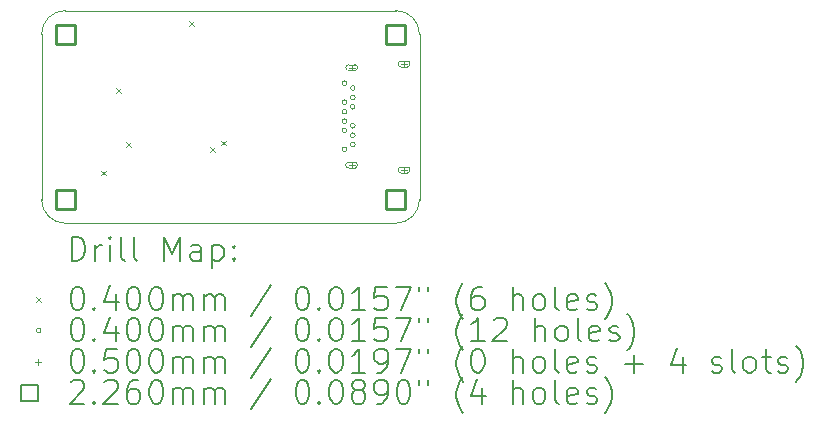
<source format=gbr>
%TF.GenerationSoftware,KiCad,Pcbnew,7.0.10*%
%TF.CreationDate,2024-02-15T14:26:12-05:00*%
%TF.ProjectId,wingbeat_detector,77696e67-6265-4617-945f-646574656374,4.0*%
%TF.SameCoordinates,Original*%
%TF.FileFunction,Drillmap*%
%TF.FilePolarity,Positive*%
%FSLAX45Y45*%
G04 Gerber Fmt 4.5, Leading zero omitted, Abs format (unit mm)*
G04 Created by KiCad (PCBNEW 7.0.10) date 2024-02-15 14:26:12*
%MOMM*%
%LPD*%
G01*
G04 APERTURE LIST*
%ADD10C,0.100000*%
%ADD11C,0.200000*%
%ADD12C,0.226000*%
G04 APERTURE END LIST*
D10*
X13400000Y-9300000D02*
X13400000Y-10700000D01*
X16400000Y-10900000D02*
G75*
G03*
X16600000Y-10700000I0J200000D01*
G01*
X16600000Y-9300000D02*
G75*
G03*
X16400000Y-9100000I-200000J0D01*
G01*
X13600000Y-9100000D02*
X16400000Y-9100000D01*
X13600000Y-9100000D02*
G75*
G03*
X13400000Y-9300000I0J-200000D01*
G01*
X16600000Y-10700000D02*
X16600000Y-9300000D01*
X13600000Y-10900000D02*
X16400000Y-10900000D01*
X13400000Y-10700000D02*
G75*
G03*
X13600000Y-10900000I200000J0D01*
G01*
D11*
D10*
X13905000Y-10455000D02*
X13945000Y-10495000D01*
X13945000Y-10455000D02*
X13905000Y-10495000D01*
X14033600Y-9754020D02*
X14073600Y-9794020D01*
X14073600Y-9754020D02*
X14033600Y-9794020D01*
X14114170Y-10216780D02*
X14154170Y-10256780D01*
X14154170Y-10216780D02*
X14114170Y-10256780D01*
X14646700Y-9189850D02*
X14686700Y-9229850D01*
X14686700Y-9189850D02*
X14646700Y-9229850D01*
X14829470Y-10255770D02*
X14869470Y-10295770D01*
X14869470Y-10255770D02*
X14829470Y-10295770D01*
X14919740Y-10199980D02*
X14959740Y-10239980D01*
X14959740Y-10199980D02*
X14919740Y-10239980D01*
X15985000Y-9715000D02*
G75*
G03*
X15945000Y-9715000I-20000J0D01*
G01*
X15945000Y-9715000D02*
G75*
G03*
X15985000Y-9715000I20000J0D01*
G01*
X15985000Y-9875000D02*
G75*
G03*
X15945000Y-9875000I-20000J0D01*
G01*
X15945000Y-9875000D02*
G75*
G03*
X15985000Y-9875000I20000J0D01*
G01*
X15985000Y-9955000D02*
G75*
G03*
X15945000Y-9955000I-20000J0D01*
G01*
X15945000Y-9955000D02*
G75*
G03*
X15985000Y-9955000I20000J0D01*
G01*
X15985000Y-10035000D02*
G75*
G03*
X15945000Y-10035000I-20000J0D01*
G01*
X15945000Y-10035000D02*
G75*
G03*
X15985000Y-10035000I20000J0D01*
G01*
X15985000Y-10115000D02*
G75*
G03*
X15945000Y-10115000I-20000J0D01*
G01*
X15945000Y-10115000D02*
G75*
G03*
X15985000Y-10115000I20000J0D01*
G01*
X15985000Y-10275000D02*
G75*
G03*
X15945000Y-10275000I-20000J0D01*
G01*
X15945000Y-10275000D02*
G75*
G03*
X15985000Y-10275000I20000J0D01*
G01*
X16055000Y-9755000D02*
G75*
G03*
X16015000Y-9755000I-20000J0D01*
G01*
X16015000Y-9755000D02*
G75*
G03*
X16055000Y-9755000I20000J0D01*
G01*
X16055000Y-9835000D02*
G75*
G03*
X16015000Y-9835000I-20000J0D01*
G01*
X16015000Y-9835000D02*
G75*
G03*
X16055000Y-9835000I20000J0D01*
G01*
X16055000Y-9915000D02*
G75*
G03*
X16015000Y-9915000I-20000J0D01*
G01*
X16015000Y-9915000D02*
G75*
G03*
X16055000Y-9915000I20000J0D01*
G01*
X16055000Y-10075000D02*
G75*
G03*
X16015000Y-10075000I-20000J0D01*
G01*
X16015000Y-10075000D02*
G75*
G03*
X16055000Y-10075000I20000J0D01*
G01*
X16055000Y-10155000D02*
G75*
G03*
X16015000Y-10155000I-20000J0D01*
G01*
X16015000Y-10155000D02*
G75*
G03*
X16055000Y-10155000I20000J0D01*
G01*
X16055000Y-10235000D02*
G75*
G03*
X16015000Y-10235000I-20000J0D01*
G01*
X16015000Y-10235000D02*
G75*
G03*
X16055000Y-10235000I20000J0D01*
G01*
X16025000Y-9557000D02*
X16025000Y-9607000D01*
X16000000Y-9582000D02*
X16050000Y-9582000D01*
X16000000Y-9607000D02*
X16050000Y-9607000D01*
X16050000Y-9607000D02*
G75*
G03*
X16050000Y-9557000I0J25000D01*
G01*
X16050000Y-9557000D02*
X16000000Y-9557000D01*
X16000000Y-9557000D02*
G75*
G03*
X16000000Y-9607000I0J-25000D01*
G01*
X16025000Y-10383000D02*
X16025000Y-10433000D01*
X16000000Y-10408000D02*
X16050000Y-10408000D01*
X16000000Y-10433000D02*
X16050000Y-10433000D01*
X16050000Y-10433000D02*
G75*
G03*
X16050000Y-10383000I0J25000D01*
G01*
X16050000Y-10383000D02*
X16000000Y-10383000D01*
X16000000Y-10383000D02*
G75*
G03*
X16000000Y-10433000I0J-25000D01*
G01*
X16470000Y-9526000D02*
X16470000Y-9576000D01*
X16445000Y-9551000D02*
X16495000Y-9551000D01*
X16445000Y-9576000D02*
X16495000Y-9576000D01*
X16495000Y-9576000D02*
G75*
G03*
X16495000Y-9526000I0J25000D01*
G01*
X16495000Y-9526000D02*
X16445000Y-9526000D01*
X16445000Y-9526000D02*
G75*
G03*
X16445000Y-9576000I0J-25000D01*
G01*
X16470000Y-10424000D02*
X16470000Y-10474000D01*
X16445000Y-10449000D02*
X16495000Y-10449000D01*
X16445000Y-10474000D02*
X16495000Y-10474000D01*
X16495000Y-10474000D02*
G75*
G03*
X16495000Y-10424000I0J25000D01*
G01*
X16495000Y-10424000D02*
X16445000Y-10424000D01*
X16445000Y-10424000D02*
G75*
G03*
X16445000Y-10474000I0J-25000D01*
G01*
D12*
X13679904Y-9379904D02*
X13679904Y-9220096D01*
X13520096Y-9220096D01*
X13520096Y-9379904D01*
X13679904Y-9379904D01*
X13679904Y-10779904D02*
X13679904Y-10620096D01*
X13520096Y-10620096D01*
X13520096Y-10779904D01*
X13679904Y-10779904D01*
X16479904Y-9379904D02*
X16479904Y-9220096D01*
X16320096Y-9220096D01*
X16320096Y-9379904D01*
X16479904Y-9379904D01*
X16479904Y-10779904D02*
X16479904Y-10620096D01*
X16320096Y-10620096D01*
X16320096Y-10779904D01*
X16479904Y-10779904D01*
D11*
X13655777Y-11216484D02*
X13655777Y-11016484D01*
X13655777Y-11016484D02*
X13703396Y-11016484D01*
X13703396Y-11016484D02*
X13731967Y-11026008D01*
X13731967Y-11026008D02*
X13751015Y-11045055D01*
X13751015Y-11045055D02*
X13760539Y-11064103D01*
X13760539Y-11064103D02*
X13770062Y-11102198D01*
X13770062Y-11102198D02*
X13770062Y-11130770D01*
X13770062Y-11130770D02*
X13760539Y-11168865D01*
X13760539Y-11168865D02*
X13751015Y-11187912D01*
X13751015Y-11187912D02*
X13731967Y-11206960D01*
X13731967Y-11206960D02*
X13703396Y-11216484D01*
X13703396Y-11216484D02*
X13655777Y-11216484D01*
X13855777Y-11216484D02*
X13855777Y-11083150D01*
X13855777Y-11121246D02*
X13865301Y-11102198D01*
X13865301Y-11102198D02*
X13874824Y-11092674D01*
X13874824Y-11092674D02*
X13893872Y-11083150D01*
X13893872Y-11083150D02*
X13912920Y-11083150D01*
X13979586Y-11216484D02*
X13979586Y-11083150D01*
X13979586Y-11016484D02*
X13970062Y-11026008D01*
X13970062Y-11026008D02*
X13979586Y-11035531D01*
X13979586Y-11035531D02*
X13989110Y-11026008D01*
X13989110Y-11026008D02*
X13979586Y-11016484D01*
X13979586Y-11016484D02*
X13979586Y-11035531D01*
X14103396Y-11216484D02*
X14084348Y-11206960D01*
X14084348Y-11206960D02*
X14074824Y-11187912D01*
X14074824Y-11187912D02*
X14074824Y-11016484D01*
X14208158Y-11216484D02*
X14189110Y-11206960D01*
X14189110Y-11206960D02*
X14179586Y-11187912D01*
X14179586Y-11187912D02*
X14179586Y-11016484D01*
X14436729Y-11216484D02*
X14436729Y-11016484D01*
X14436729Y-11016484D02*
X14503396Y-11159341D01*
X14503396Y-11159341D02*
X14570062Y-11016484D01*
X14570062Y-11016484D02*
X14570062Y-11216484D01*
X14751015Y-11216484D02*
X14751015Y-11111722D01*
X14751015Y-11111722D02*
X14741491Y-11092674D01*
X14741491Y-11092674D02*
X14722443Y-11083150D01*
X14722443Y-11083150D02*
X14684348Y-11083150D01*
X14684348Y-11083150D02*
X14665301Y-11092674D01*
X14751015Y-11206960D02*
X14731967Y-11216484D01*
X14731967Y-11216484D02*
X14684348Y-11216484D01*
X14684348Y-11216484D02*
X14665301Y-11206960D01*
X14665301Y-11206960D02*
X14655777Y-11187912D01*
X14655777Y-11187912D02*
X14655777Y-11168865D01*
X14655777Y-11168865D02*
X14665301Y-11149817D01*
X14665301Y-11149817D02*
X14684348Y-11140293D01*
X14684348Y-11140293D02*
X14731967Y-11140293D01*
X14731967Y-11140293D02*
X14751015Y-11130770D01*
X14846253Y-11083150D02*
X14846253Y-11283150D01*
X14846253Y-11092674D02*
X14865301Y-11083150D01*
X14865301Y-11083150D02*
X14903396Y-11083150D01*
X14903396Y-11083150D02*
X14922443Y-11092674D01*
X14922443Y-11092674D02*
X14931967Y-11102198D01*
X14931967Y-11102198D02*
X14941491Y-11121246D01*
X14941491Y-11121246D02*
X14941491Y-11178389D01*
X14941491Y-11178389D02*
X14931967Y-11197436D01*
X14931967Y-11197436D02*
X14922443Y-11206960D01*
X14922443Y-11206960D02*
X14903396Y-11216484D01*
X14903396Y-11216484D02*
X14865301Y-11216484D01*
X14865301Y-11216484D02*
X14846253Y-11206960D01*
X15027205Y-11197436D02*
X15036729Y-11206960D01*
X15036729Y-11206960D02*
X15027205Y-11216484D01*
X15027205Y-11216484D02*
X15017682Y-11206960D01*
X15017682Y-11206960D02*
X15027205Y-11197436D01*
X15027205Y-11197436D02*
X15027205Y-11216484D01*
X15027205Y-11092674D02*
X15036729Y-11102198D01*
X15036729Y-11102198D02*
X15027205Y-11111722D01*
X15027205Y-11111722D02*
X15017682Y-11102198D01*
X15017682Y-11102198D02*
X15027205Y-11092674D01*
X15027205Y-11092674D02*
X15027205Y-11111722D01*
D10*
X13355000Y-11525000D02*
X13395000Y-11565000D01*
X13395000Y-11525000D02*
X13355000Y-11565000D01*
D11*
X13693872Y-11436484D02*
X13712920Y-11436484D01*
X13712920Y-11436484D02*
X13731967Y-11446008D01*
X13731967Y-11446008D02*
X13741491Y-11455531D01*
X13741491Y-11455531D02*
X13751015Y-11474579D01*
X13751015Y-11474579D02*
X13760539Y-11512674D01*
X13760539Y-11512674D02*
X13760539Y-11560293D01*
X13760539Y-11560293D02*
X13751015Y-11598388D01*
X13751015Y-11598388D02*
X13741491Y-11617436D01*
X13741491Y-11617436D02*
X13731967Y-11626960D01*
X13731967Y-11626960D02*
X13712920Y-11636484D01*
X13712920Y-11636484D02*
X13693872Y-11636484D01*
X13693872Y-11636484D02*
X13674824Y-11626960D01*
X13674824Y-11626960D02*
X13665301Y-11617436D01*
X13665301Y-11617436D02*
X13655777Y-11598388D01*
X13655777Y-11598388D02*
X13646253Y-11560293D01*
X13646253Y-11560293D02*
X13646253Y-11512674D01*
X13646253Y-11512674D02*
X13655777Y-11474579D01*
X13655777Y-11474579D02*
X13665301Y-11455531D01*
X13665301Y-11455531D02*
X13674824Y-11446008D01*
X13674824Y-11446008D02*
X13693872Y-11436484D01*
X13846253Y-11617436D02*
X13855777Y-11626960D01*
X13855777Y-11626960D02*
X13846253Y-11636484D01*
X13846253Y-11636484D02*
X13836729Y-11626960D01*
X13836729Y-11626960D02*
X13846253Y-11617436D01*
X13846253Y-11617436D02*
X13846253Y-11636484D01*
X14027205Y-11503150D02*
X14027205Y-11636484D01*
X13979586Y-11426960D02*
X13931967Y-11569817D01*
X13931967Y-11569817D02*
X14055777Y-11569817D01*
X14170062Y-11436484D02*
X14189110Y-11436484D01*
X14189110Y-11436484D02*
X14208158Y-11446008D01*
X14208158Y-11446008D02*
X14217682Y-11455531D01*
X14217682Y-11455531D02*
X14227205Y-11474579D01*
X14227205Y-11474579D02*
X14236729Y-11512674D01*
X14236729Y-11512674D02*
X14236729Y-11560293D01*
X14236729Y-11560293D02*
X14227205Y-11598388D01*
X14227205Y-11598388D02*
X14217682Y-11617436D01*
X14217682Y-11617436D02*
X14208158Y-11626960D01*
X14208158Y-11626960D02*
X14189110Y-11636484D01*
X14189110Y-11636484D02*
X14170062Y-11636484D01*
X14170062Y-11636484D02*
X14151015Y-11626960D01*
X14151015Y-11626960D02*
X14141491Y-11617436D01*
X14141491Y-11617436D02*
X14131967Y-11598388D01*
X14131967Y-11598388D02*
X14122443Y-11560293D01*
X14122443Y-11560293D02*
X14122443Y-11512674D01*
X14122443Y-11512674D02*
X14131967Y-11474579D01*
X14131967Y-11474579D02*
X14141491Y-11455531D01*
X14141491Y-11455531D02*
X14151015Y-11446008D01*
X14151015Y-11446008D02*
X14170062Y-11436484D01*
X14360539Y-11436484D02*
X14379586Y-11436484D01*
X14379586Y-11436484D02*
X14398634Y-11446008D01*
X14398634Y-11446008D02*
X14408158Y-11455531D01*
X14408158Y-11455531D02*
X14417682Y-11474579D01*
X14417682Y-11474579D02*
X14427205Y-11512674D01*
X14427205Y-11512674D02*
X14427205Y-11560293D01*
X14427205Y-11560293D02*
X14417682Y-11598388D01*
X14417682Y-11598388D02*
X14408158Y-11617436D01*
X14408158Y-11617436D02*
X14398634Y-11626960D01*
X14398634Y-11626960D02*
X14379586Y-11636484D01*
X14379586Y-11636484D02*
X14360539Y-11636484D01*
X14360539Y-11636484D02*
X14341491Y-11626960D01*
X14341491Y-11626960D02*
X14331967Y-11617436D01*
X14331967Y-11617436D02*
X14322443Y-11598388D01*
X14322443Y-11598388D02*
X14312920Y-11560293D01*
X14312920Y-11560293D02*
X14312920Y-11512674D01*
X14312920Y-11512674D02*
X14322443Y-11474579D01*
X14322443Y-11474579D02*
X14331967Y-11455531D01*
X14331967Y-11455531D02*
X14341491Y-11446008D01*
X14341491Y-11446008D02*
X14360539Y-11436484D01*
X14512920Y-11636484D02*
X14512920Y-11503150D01*
X14512920Y-11522198D02*
X14522443Y-11512674D01*
X14522443Y-11512674D02*
X14541491Y-11503150D01*
X14541491Y-11503150D02*
X14570063Y-11503150D01*
X14570063Y-11503150D02*
X14589110Y-11512674D01*
X14589110Y-11512674D02*
X14598634Y-11531722D01*
X14598634Y-11531722D02*
X14598634Y-11636484D01*
X14598634Y-11531722D02*
X14608158Y-11512674D01*
X14608158Y-11512674D02*
X14627205Y-11503150D01*
X14627205Y-11503150D02*
X14655777Y-11503150D01*
X14655777Y-11503150D02*
X14674824Y-11512674D01*
X14674824Y-11512674D02*
X14684348Y-11531722D01*
X14684348Y-11531722D02*
X14684348Y-11636484D01*
X14779586Y-11636484D02*
X14779586Y-11503150D01*
X14779586Y-11522198D02*
X14789110Y-11512674D01*
X14789110Y-11512674D02*
X14808158Y-11503150D01*
X14808158Y-11503150D02*
X14836729Y-11503150D01*
X14836729Y-11503150D02*
X14855777Y-11512674D01*
X14855777Y-11512674D02*
X14865301Y-11531722D01*
X14865301Y-11531722D02*
X14865301Y-11636484D01*
X14865301Y-11531722D02*
X14874824Y-11512674D01*
X14874824Y-11512674D02*
X14893872Y-11503150D01*
X14893872Y-11503150D02*
X14922443Y-11503150D01*
X14922443Y-11503150D02*
X14941491Y-11512674D01*
X14941491Y-11512674D02*
X14951015Y-11531722D01*
X14951015Y-11531722D02*
X14951015Y-11636484D01*
X15341491Y-11426960D02*
X15170063Y-11684103D01*
X15598634Y-11436484D02*
X15617682Y-11436484D01*
X15617682Y-11436484D02*
X15636729Y-11446008D01*
X15636729Y-11446008D02*
X15646253Y-11455531D01*
X15646253Y-11455531D02*
X15655777Y-11474579D01*
X15655777Y-11474579D02*
X15665301Y-11512674D01*
X15665301Y-11512674D02*
X15665301Y-11560293D01*
X15665301Y-11560293D02*
X15655777Y-11598388D01*
X15655777Y-11598388D02*
X15646253Y-11617436D01*
X15646253Y-11617436D02*
X15636729Y-11626960D01*
X15636729Y-11626960D02*
X15617682Y-11636484D01*
X15617682Y-11636484D02*
X15598634Y-11636484D01*
X15598634Y-11636484D02*
X15579586Y-11626960D01*
X15579586Y-11626960D02*
X15570063Y-11617436D01*
X15570063Y-11617436D02*
X15560539Y-11598388D01*
X15560539Y-11598388D02*
X15551015Y-11560293D01*
X15551015Y-11560293D02*
X15551015Y-11512674D01*
X15551015Y-11512674D02*
X15560539Y-11474579D01*
X15560539Y-11474579D02*
X15570063Y-11455531D01*
X15570063Y-11455531D02*
X15579586Y-11446008D01*
X15579586Y-11446008D02*
X15598634Y-11436484D01*
X15751015Y-11617436D02*
X15760539Y-11626960D01*
X15760539Y-11626960D02*
X15751015Y-11636484D01*
X15751015Y-11636484D02*
X15741491Y-11626960D01*
X15741491Y-11626960D02*
X15751015Y-11617436D01*
X15751015Y-11617436D02*
X15751015Y-11636484D01*
X15884348Y-11436484D02*
X15903396Y-11436484D01*
X15903396Y-11436484D02*
X15922444Y-11446008D01*
X15922444Y-11446008D02*
X15931967Y-11455531D01*
X15931967Y-11455531D02*
X15941491Y-11474579D01*
X15941491Y-11474579D02*
X15951015Y-11512674D01*
X15951015Y-11512674D02*
X15951015Y-11560293D01*
X15951015Y-11560293D02*
X15941491Y-11598388D01*
X15941491Y-11598388D02*
X15931967Y-11617436D01*
X15931967Y-11617436D02*
X15922444Y-11626960D01*
X15922444Y-11626960D02*
X15903396Y-11636484D01*
X15903396Y-11636484D02*
X15884348Y-11636484D01*
X15884348Y-11636484D02*
X15865301Y-11626960D01*
X15865301Y-11626960D02*
X15855777Y-11617436D01*
X15855777Y-11617436D02*
X15846253Y-11598388D01*
X15846253Y-11598388D02*
X15836729Y-11560293D01*
X15836729Y-11560293D02*
X15836729Y-11512674D01*
X15836729Y-11512674D02*
X15846253Y-11474579D01*
X15846253Y-11474579D02*
X15855777Y-11455531D01*
X15855777Y-11455531D02*
X15865301Y-11446008D01*
X15865301Y-11446008D02*
X15884348Y-11436484D01*
X16141491Y-11636484D02*
X16027206Y-11636484D01*
X16084348Y-11636484D02*
X16084348Y-11436484D01*
X16084348Y-11436484D02*
X16065301Y-11465055D01*
X16065301Y-11465055D02*
X16046253Y-11484103D01*
X16046253Y-11484103D02*
X16027206Y-11493627D01*
X16322444Y-11436484D02*
X16227206Y-11436484D01*
X16227206Y-11436484D02*
X16217682Y-11531722D01*
X16217682Y-11531722D02*
X16227206Y-11522198D01*
X16227206Y-11522198D02*
X16246253Y-11512674D01*
X16246253Y-11512674D02*
X16293872Y-11512674D01*
X16293872Y-11512674D02*
X16312920Y-11522198D01*
X16312920Y-11522198D02*
X16322444Y-11531722D01*
X16322444Y-11531722D02*
X16331967Y-11550769D01*
X16331967Y-11550769D02*
X16331967Y-11598388D01*
X16331967Y-11598388D02*
X16322444Y-11617436D01*
X16322444Y-11617436D02*
X16312920Y-11626960D01*
X16312920Y-11626960D02*
X16293872Y-11636484D01*
X16293872Y-11636484D02*
X16246253Y-11636484D01*
X16246253Y-11636484D02*
X16227206Y-11626960D01*
X16227206Y-11626960D02*
X16217682Y-11617436D01*
X16398634Y-11436484D02*
X16531967Y-11436484D01*
X16531967Y-11436484D02*
X16446253Y-11636484D01*
X16598634Y-11436484D02*
X16598634Y-11474579D01*
X16674825Y-11436484D02*
X16674825Y-11474579D01*
X16970063Y-11712674D02*
X16960539Y-11703150D01*
X16960539Y-11703150D02*
X16941491Y-11674579D01*
X16941491Y-11674579D02*
X16931968Y-11655531D01*
X16931968Y-11655531D02*
X16922444Y-11626960D01*
X16922444Y-11626960D02*
X16912920Y-11579341D01*
X16912920Y-11579341D02*
X16912920Y-11541246D01*
X16912920Y-11541246D02*
X16922444Y-11493627D01*
X16922444Y-11493627D02*
X16931968Y-11465055D01*
X16931968Y-11465055D02*
X16941491Y-11446008D01*
X16941491Y-11446008D02*
X16960539Y-11417436D01*
X16960539Y-11417436D02*
X16970063Y-11407912D01*
X17131968Y-11436484D02*
X17093872Y-11436484D01*
X17093872Y-11436484D02*
X17074825Y-11446008D01*
X17074825Y-11446008D02*
X17065301Y-11455531D01*
X17065301Y-11455531D02*
X17046253Y-11484103D01*
X17046253Y-11484103D02*
X17036730Y-11522198D01*
X17036730Y-11522198D02*
X17036730Y-11598388D01*
X17036730Y-11598388D02*
X17046253Y-11617436D01*
X17046253Y-11617436D02*
X17055777Y-11626960D01*
X17055777Y-11626960D02*
X17074825Y-11636484D01*
X17074825Y-11636484D02*
X17112920Y-11636484D01*
X17112920Y-11636484D02*
X17131968Y-11626960D01*
X17131968Y-11626960D02*
X17141491Y-11617436D01*
X17141491Y-11617436D02*
X17151015Y-11598388D01*
X17151015Y-11598388D02*
X17151015Y-11550769D01*
X17151015Y-11550769D02*
X17141491Y-11531722D01*
X17141491Y-11531722D02*
X17131968Y-11522198D01*
X17131968Y-11522198D02*
X17112920Y-11512674D01*
X17112920Y-11512674D02*
X17074825Y-11512674D01*
X17074825Y-11512674D02*
X17055777Y-11522198D01*
X17055777Y-11522198D02*
X17046253Y-11531722D01*
X17046253Y-11531722D02*
X17036730Y-11550769D01*
X17389111Y-11636484D02*
X17389111Y-11436484D01*
X17474825Y-11636484D02*
X17474825Y-11531722D01*
X17474825Y-11531722D02*
X17465301Y-11512674D01*
X17465301Y-11512674D02*
X17446253Y-11503150D01*
X17446253Y-11503150D02*
X17417682Y-11503150D01*
X17417682Y-11503150D02*
X17398634Y-11512674D01*
X17398634Y-11512674D02*
X17389111Y-11522198D01*
X17598634Y-11636484D02*
X17579587Y-11626960D01*
X17579587Y-11626960D02*
X17570063Y-11617436D01*
X17570063Y-11617436D02*
X17560539Y-11598388D01*
X17560539Y-11598388D02*
X17560539Y-11541246D01*
X17560539Y-11541246D02*
X17570063Y-11522198D01*
X17570063Y-11522198D02*
X17579587Y-11512674D01*
X17579587Y-11512674D02*
X17598634Y-11503150D01*
X17598634Y-11503150D02*
X17627206Y-11503150D01*
X17627206Y-11503150D02*
X17646253Y-11512674D01*
X17646253Y-11512674D02*
X17655777Y-11522198D01*
X17655777Y-11522198D02*
X17665301Y-11541246D01*
X17665301Y-11541246D02*
X17665301Y-11598388D01*
X17665301Y-11598388D02*
X17655777Y-11617436D01*
X17655777Y-11617436D02*
X17646253Y-11626960D01*
X17646253Y-11626960D02*
X17627206Y-11636484D01*
X17627206Y-11636484D02*
X17598634Y-11636484D01*
X17779587Y-11636484D02*
X17760539Y-11626960D01*
X17760539Y-11626960D02*
X17751015Y-11607912D01*
X17751015Y-11607912D02*
X17751015Y-11436484D01*
X17931968Y-11626960D02*
X17912920Y-11636484D01*
X17912920Y-11636484D02*
X17874825Y-11636484D01*
X17874825Y-11636484D02*
X17855777Y-11626960D01*
X17855777Y-11626960D02*
X17846253Y-11607912D01*
X17846253Y-11607912D02*
X17846253Y-11531722D01*
X17846253Y-11531722D02*
X17855777Y-11512674D01*
X17855777Y-11512674D02*
X17874825Y-11503150D01*
X17874825Y-11503150D02*
X17912920Y-11503150D01*
X17912920Y-11503150D02*
X17931968Y-11512674D01*
X17931968Y-11512674D02*
X17941492Y-11531722D01*
X17941492Y-11531722D02*
X17941492Y-11550769D01*
X17941492Y-11550769D02*
X17846253Y-11569817D01*
X18017682Y-11626960D02*
X18036730Y-11636484D01*
X18036730Y-11636484D02*
X18074825Y-11636484D01*
X18074825Y-11636484D02*
X18093873Y-11626960D01*
X18093873Y-11626960D02*
X18103396Y-11607912D01*
X18103396Y-11607912D02*
X18103396Y-11598388D01*
X18103396Y-11598388D02*
X18093873Y-11579341D01*
X18093873Y-11579341D02*
X18074825Y-11569817D01*
X18074825Y-11569817D02*
X18046253Y-11569817D01*
X18046253Y-11569817D02*
X18027206Y-11560293D01*
X18027206Y-11560293D02*
X18017682Y-11541246D01*
X18017682Y-11541246D02*
X18017682Y-11531722D01*
X18017682Y-11531722D02*
X18027206Y-11512674D01*
X18027206Y-11512674D02*
X18046253Y-11503150D01*
X18046253Y-11503150D02*
X18074825Y-11503150D01*
X18074825Y-11503150D02*
X18093873Y-11512674D01*
X18170063Y-11712674D02*
X18179587Y-11703150D01*
X18179587Y-11703150D02*
X18198634Y-11674579D01*
X18198634Y-11674579D02*
X18208158Y-11655531D01*
X18208158Y-11655531D02*
X18217682Y-11626960D01*
X18217682Y-11626960D02*
X18227206Y-11579341D01*
X18227206Y-11579341D02*
X18227206Y-11541246D01*
X18227206Y-11541246D02*
X18217682Y-11493627D01*
X18217682Y-11493627D02*
X18208158Y-11465055D01*
X18208158Y-11465055D02*
X18198634Y-11446008D01*
X18198634Y-11446008D02*
X18179587Y-11417436D01*
X18179587Y-11417436D02*
X18170063Y-11407912D01*
D10*
X13395000Y-11809000D02*
G75*
G03*
X13355000Y-11809000I-20000J0D01*
G01*
X13355000Y-11809000D02*
G75*
G03*
X13395000Y-11809000I20000J0D01*
G01*
D11*
X13693872Y-11700484D02*
X13712920Y-11700484D01*
X13712920Y-11700484D02*
X13731967Y-11710008D01*
X13731967Y-11710008D02*
X13741491Y-11719531D01*
X13741491Y-11719531D02*
X13751015Y-11738579D01*
X13751015Y-11738579D02*
X13760539Y-11776674D01*
X13760539Y-11776674D02*
X13760539Y-11824293D01*
X13760539Y-11824293D02*
X13751015Y-11862388D01*
X13751015Y-11862388D02*
X13741491Y-11881436D01*
X13741491Y-11881436D02*
X13731967Y-11890960D01*
X13731967Y-11890960D02*
X13712920Y-11900484D01*
X13712920Y-11900484D02*
X13693872Y-11900484D01*
X13693872Y-11900484D02*
X13674824Y-11890960D01*
X13674824Y-11890960D02*
X13665301Y-11881436D01*
X13665301Y-11881436D02*
X13655777Y-11862388D01*
X13655777Y-11862388D02*
X13646253Y-11824293D01*
X13646253Y-11824293D02*
X13646253Y-11776674D01*
X13646253Y-11776674D02*
X13655777Y-11738579D01*
X13655777Y-11738579D02*
X13665301Y-11719531D01*
X13665301Y-11719531D02*
X13674824Y-11710008D01*
X13674824Y-11710008D02*
X13693872Y-11700484D01*
X13846253Y-11881436D02*
X13855777Y-11890960D01*
X13855777Y-11890960D02*
X13846253Y-11900484D01*
X13846253Y-11900484D02*
X13836729Y-11890960D01*
X13836729Y-11890960D02*
X13846253Y-11881436D01*
X13846253Y-11881436D02*
X13846253Y-11900484D01*
X14027205Y-11767150D02*
X14027205Y-11900484D01*
X13979586Y-11690960D02*
X13931967Y-11833817D01*
X13931967Y-11833817D02*
X14055777Y-11833817D01*
X14170062Y-11700484D02*
X14189110Y-11700484D01*
X14189110Y-11700484D02*
X14208158Y-11710008D01*
X14208158Y-11710008D02*
X14217682Y-11719531D01*
X14217682Y-11719531D02*
X14227205Y-11738579D01*
X14227205Y-11738579D02*
X14236729Y-11776674D01*
X14236729Y-11776674D02*
X14236729Y-11824293D01*
X14236729Y-11824293D02*
X14227205Y-11862388D01*
X14227205Y-11862388D02*
X14217682Y-11881436D01*
X14217682Y-11881436D02*
X14208158Y-11890960D01*
X14208158Y-11890960D02*
X14189110Y-11900484D01*
X14189110Y-11900484D02*
X14170062Y-11900484D01*
X14170062Y-11900484D02*
X14151015Y-11890960D01*
X14151015Y-11890960D02*
X14141491Y-11881436D01*
X14141491Y-11881436D02*
X14131967Y-11862388D01*
X14131967Y-11862388D02*
X14122443Y-11824293D01*
X14122443Y-11824293D02*
X14122443Y-11776674D01*
X14122443Y-11776674D02*
X14131967Y-11738579D01*
X14131967Y-11738579D02*
X14141491Y-11719531D01*
X14141491Y-11719531D02*
X14151015Y-11710008D01*
X14151015Y-11710008D02*
X14170062Y-11700484D01*
X14360539Y-11700484D02*
X14379586Y-11700484D01*
X14379586Y-11700484D02*
X14398634Y-11710008D01*
X14398634Y-11710008D02*
X14408158Y-11719531D01*
X14408158Y-11719531D02*
X14417682Y-11738579D01*
X14417682Y-11738579D02*
X14427205Y-11776674D01*
X14427205Y-11776674D02*
X14427205Y-11824293D01*
X14427205Y-11824293D02*
X14417682Y-11862388D01*
X14417682Y-11862388D02*
X14408158Y-11881436D01*
X14408158Y-11881436D02*
X14398634Y-11890960D01*
X14398634Y-11890960D02*
X14379586Y-11900484D01*
X14379586Y-11900484D02*
X14360539Y-11900484D01*
X14360539Y-11900484D02*
X14341491Y-11890960D01*
X14341491Y-11890960D02*
X14331967Y-11881436D01*
X14331967Y-11881436D02*
X14322443Y-11862388D01*
X14322443Y-11862388D02*
X14312920Y-11824293D01*
X14312920Y-11824293D02*
X14312920Y-11776674D01*
X14312920Y-11776674D02*
X14322443Y-11738579D01*
X14322443Y-11738579D02*
X14331967Y-11719531D01*
X14331967Y-11719531D02*
X14341491Y-11710008D01*
X14341491Y-11710008D02*
X14360539Y-11700484D01*
X14512920Y-11900484D02*
X14512920Y-11767150D01*
X14512920Y-11786198D02*
X14522443Y-11776674D01*
X14522443Y-11776674D02*
X14541491Y-11767150D01*
X14541491Y-11767150D02*
X14570063Y-11767150D01*
X14570063Y-11767150D02*
X14589110Y-11776674D01*
X14589110Y-11776674D02*
X14598634Y-11795722D01*
X14598634Y-11795722D02*
X14598634Y-11900484D01*
X14598634Y-11795722D02*
X14608158Y-11776674D01*
X14608158Y-11776674D02*
X14627205Y-11767150D01*
X14627205Y-11767150D02*
X14655777Y-11767150D01*
X14655777Y-11767150D02*
X14674824Y-11776674D01*
X14674824Y-11776674D02*
X14684348Y-11795722D01*
X14684348Y-11795722D02*
X14684348Y-11900484D01*
X14779586Y-11900484D02*
X14779586Y-11767150D01*
X14779586Y-11786198D02*
X14789110Y-11776674D01*
X14789110Y-11776674D02*
X14808158Y-11767150D01*
X14808158Y-11767150D02*
X14836729Y-11767150D01*
X14836729Y-11767150D02*
X14855777Y-11776674D01*
X14855777Y-11776674D02*
X14865301Y-11795722D01*
X14865301Y-11795722D02*
X14865301Y-11900484D01*
X14865301Y-11795722D02*
X14874824Y-11776674D01*
X14874824Y-11776674D02*
X14893872Y-11767150D01*
X14893872Y-11767150D02*
X14922443Y-11767150D01*
X14922443Y-11767150D02*
X14941491Y-11776674D01*
X14941491Y-11776674D02*
X14951015Y-11795722D01*
X14951015Y-11795722D02*
X14951015Y-11900484D01*
X15341491Y-11690960D02*
X15170063Y-11948103D01*
X15598634Y-11700484D02*
X15617682Y-11700484D01*
X15617682Y-11700484D02*
X15636729Y-11710008D01*
X15636729Y-11710008D02*
X15646253Y-11719531D01*
X15646253Y-11719531D02*
X15655777Y-11738579D01*
X15655777Y-11738579D02*
X15665301Y-11776674D01*
X15665301Y-11776674D02*
X15665301Y-11824293D01*
X15665301Y-11824293D02*
X15655777Y-11862388D01*
X15655777Y-11862388D02*
X15646253Y-11881436D01*
X15646253Y-11881436D02*
X15636729Y-11890960D01*
X15636729Y-11890960D02*
X15617682Y-11900484D01*
X15617682Y-11900484D02*
X15598634Y-11900484D01*
X15598634Y-11900484D02*
X15579586Y-11890960D01*
X15579586Y-11890960D02*
X15570063Y-11881436D01*
X15570063Y-11881436D02*
X15560539Y-11862388D01*
X15560539Y-11862388D02*
X15551015Y-11824293D01*
X15551015Y-11824293D02*
X15551015Y-11776674D01*
X15551015Y-11776674D02*
X15560539Y-11738579D01*
X15560539Y-11738579D02*
X15570063Y-11719531D01*
X15570063Y-11719531D02*
X15579586Y-11710008D01*
X15579586Y-11710008D02*
X15598634Y-11700484D01*
X15751015Y-11881436D02*
X15760539Y-11890960D01*
X15760539Y-11890960D02*
X15751015Y-11900484D01*
X15751015Y-11900484D02*
X15741491Y-11890960D01*
X15741491Y-11890960D02*
X15751015Y-11881436D01*
X15751015Y-11881436D02*
X15751015Y-11900484D01*
X15884348Y-11700484D02*
X15903396Y-11700484D01*
X15903396Y-11700484D02*
X15922444Y-11710008D01*
X15922444Y-11710008D02*
X15931967Y-11719531D01*
X15931967Y-11719531D02*
X15941491Y-11738579D01*
X15941491Y-11738579D02*
X15951015Y-11776674D01*
X15951015Y-11776674D02*
X15951015Y-11824293D01*
X15951015Y-11824293D02*
X15941491Y-11862388D01*
X15941491Y-11862388D02*
X15931967Y-11881436D01*
X15931967Y-11881436D02*
X15922444Y-11890960D01*
X15922444Y-11890960D02*
X15903396Y-11900484D01*
X15903396Y-11900484D02*
X15884348Y-11900484D01*
X15884348Y-11900484D02*
X15865301Y-11890960D01*
X15865301Y-11890960D02*
X15855777Y-11881436D01*
X15855777Y-11881436D02*
X15846253Y-11862388D01*
X15846253Y-11862388D02*
X15836729Y-11824293D01*
X15836729Y-11824293D02*
X15836729Y-11776674D01*
X15836729Y-11776674D02*
X15846253Y-11738579D01*
X15846253Y-11738579D02*
X15855777Y-11719531D01*
X15855777Y-11719531D02*
X15865301Y-11710008D01*
X15865301Y-11710008D02*
X15884348Y-11700484D01*
X16141491Y-11900484D02*
X16027206Y-11900484D01*
X16084348Y-11900484D02*
X16084348Y-11700484D01*
X16084348Y-11700484D02*
X16065301Y-11729055D01*
X16065301Y-11729055D02*
X16046253Y-11748103D01*
X16046253Y-11748103D02*
X16027206Y-11757627D01*
X16322444Y-11700484D02*
X16227206Y-11700484D01*
X16227206Y-11700484D02*
X16217682Y-11795722D01*
X16217682Y-11795722D02*
X16227206Y-11786198D01*
X16227206Y-11786198D02*
X16246253Y-11776674D01*
X16246253Y-11776674D02*
X16293872Y-11776674D01*
X16293872Y-11776674D02*
X16312920Y-11786198D01*
X16312920Y-11786198D02*
X16322444Y-11795722D01*
X16322444Y-11795722D02*
X16331967Y-11814769D01*
X16331967Y-11814769D02*
X16331967Y-11862388D01*
X16331967Y-11862388D02*
X16322444Y-11881436D01*
X16322444Y-11881436D02*
X16312920Y-11890960D01*
X16312920Y-11890960D02*
X16293872Y-11900484D01*
X16293872Y-11900484D02*
X16246253Y-11900484D01*
X16246253Y-11900484D02*
X16227206Y-11890960D01*
X16227206Y-11890960D02*
X16217682Y-11881436D01*
X16398634Y-11700484D02*
X16531967Y-11700484D01*
X16531967Y-11700484D02*
X16446253Y-11900484D01*
X16598634Y-11700484D02*
X16598634Y-11738579D01*
X16674825Y-11700484D02*
X16674825Y-11738579D01*
X16970063Y-11976674D02*
X16960539Y-11967150D01*
X16960539Y-11967150D02*
X16941491Y-11938579D01*
X16941491Y-11938579D02*
X16931968Y-11919531D01*
X16931968Y-11919531D02*
X16922444Y-11890960D01*
X16922444Y-11890960D02*
X16912920Y-11843341D01*
X16912920Y-11843341D02*
X16912920Y-11805246D01*
X16912920Y-11805246D02*
X16922444Y-11757627D01*
X16922444Y-11757627D02*
X16931968Y-11729055D01*
X16931968Y-11729055D02*
X16941491Y-11710008D01*
X16941491Y-11710008D02*
X16960539Y-11681436D01*
X16960539Y-11681436D02*
X16970063Y-11671912D01*
X17151015Y-11900484D02*
X17036730Y-11900484D01*
X17093872Y-11900484D02*
X17093872Y-11700484D01*
X17093872Y-11700484D02*
X17074825Y-11729055D01*
X17074825Y-11729055D02*
X17055777Y-11748103D01*
X17055777Y-11748103D02*
X17036730Y-11757627D01*
X17227206Y-11719531D02*
X17236730Y-11710008D01*
X17236730Y-11710008D02*
X17255777Y-11700484D01*
X17255777Y-11700484D02*
X17303396Y-11700484D01*
X17303396Y-11700484D02*
X17322444Y-11710008D01*
X17322444Y-11710008D02*
X17331968Y-11719531D01*
X17331968Y-11719531D02*
X17341491Y-11738579D01*
X17341491Y-11738579D02*
X17341491Y-11757627D01*
X17341491Y-11757627D02*
X17331968Y-11786198D01*
X17331968Y-11786198D02*
X17217682Y-11900484D01*
X17217682Y-11900484D02*
X17341491Y-11900484D01*
X17579587Y-11900484D02*
X17579587Y-11700484D01*
X17665301Y-11900484D02*
X17665301Y-11795722D01*
X17665301Y-11795722D02*
X17655777Y-11776674D01*
X17655777Y-11776674D02*
X17636730Y-11767150D01*
X17636730Y-11767150D02*
X17608158Y-11767150D01*
X17608158Y-11767150D02*
X17589111Y-11776674D01*
X17589111Y-11776674D02*
X17579587Y-11786198D01*
X17789111Y-11900484D02*
X17770063Y-11890960D01*
X17770063Y-11890960D02*
X17760539Y-11881436D01*
X17760539Y-11881436D02*
X17751015Y-11862388D01*
X17751015Y-11862388D02*
X17751015Y-11805246D01*
X17751015Y-11805246D02*
X17760539Y-11786198D01*
X17760539Y-11786198D02*
X17770063Y-11776674D01*
X17770063Y-11776674D02*
X17789111Y-11767150D01*
X17789111Y-11767150D02*
X17817682Y-11767150D01*
X17817682Y-11767150D02*
X17836730Y-11776674D01*
X17836730Y-11776674D02*
X17846253Y-11786198D01*
X17846253Y-11786198D02*
X17855777Y-11805246D01*
X17855777Y-11805246D02*
X17855777Y-11862388D01*
X17855777Y-11862388D02*
X17846253Y-11881436D01*
X17846253Y-11881436D02*
X17836730Y-11890960D01*
X17836730Y-11890960D02*
X17817682Y-11900484D01*
X17817682Y-11900484D02*
X17789111Y-11900484D01*
X17970063Y-11900484D02*
X17951015Y-11890960D01*
X17951015Y-11890960D02*
X17941492Y-11871912D01*
X17941492Y-11871912D02*
X17941492Y-11700484D01*
X18122444Y-11890960D02*
X18103396Y-11900484D01*
X18103396Y-11900484D02*
X18065301Y-11900484D01*
X18065301Y-11900484D02*
X18046253Y-11890960D01*
X18046253Y-11890960D02*
X18036730Y-11871912D01*
X18036730Y-11871912D02*
X18036730Y-11795722D01*
X18036730Y-11795722D02*
X18046253Y-11776674D01*
X18046253Y-11776674D02*
X18065301Y-11767150D01*
X18065301Y-11767150D02*
X18103396Y-11767150D01*
X18103396Y-11767150D02*
X18122444Y-11776674D01*
X18122444Y-11776674D02*
X18131968Y-11795722D01*
X18131968Y-11795722D02*
X18131968Y-11814769D01*
X18131968Y-11814769D02*
X18036730Y-11833817D01*
X18208158Y-11890960D02*
X18227206Y-11900484D01*
X18227206Y-11900484D02*
X18265301Y-11900484D01*
X18265301Y-11900484D02*
X18284349Y-11890960D01*
X18284349Y-11890960D02*
X18293873Y-11871912D01*
X18293873Y-11871912D02*
X18293873Y-11862388D01*
X18293873Y-11862388D02*
X18284349Y-11843341D01*
X18284349Y-11843341D02*
X18265301Y-11833817D01*
X18265301Y-11833817D02*
X18236730Y-11833817D01*
X18236730Y-11833817D02*
X18217682Y-11824293D01*
X18217682Y-11824293D02*
X18208158Y-11805246D01*
X18208158Y-11805246D02*
X18208158Y-11795722D01*
X18208158Y-11795722D02*
X18217682Y-11776674D01*
X18217682Y-11776674D02*
X18236730Y-11767150D01*
X18236730Y-11767150D02*
X18265301Y-11767150D01*
X18265301Y-11767150D02*
X18284349Y-11776674D01*
X18360539Y-11976674D02*
X18370063Y-11967150D01*
X18370063Y-11967150D02*
X18389111Y-11938579D01*
X18389111Y-11938579D02*
X18398634Y-11919531D01*
X18398634Y-11919531D02*
X18408158Y-11890960D01*
X18408158Y-11890960D02*
X18417682Y-11843341D01*
X18417682Y-11843341D02*
X18417682Y-11805246D01*
X18417682Y-11805246D02*
X18408158Y-11757627D01*
X18408158Y-11757627D02*
X18398634Y-11729055D01*
X18398634Y-11729055D02*
X18389111Y-11710008D01*
X18389111Y-11710008D02*
X18370063Y-11681436D01*
X18370063Y-11681436D02*
X18360539Y-11671912D01*
D10*
X13370000Y-12048000D02*
X13370000Y-12098000D01*
X13345000Y-12073000D02*
X13395000Y-12073000D01*
D11*
X13693872Y-11964484D02*
X13712920Y-11964484D01*
X13712920Y-11964484D02*
X13731967Y-11974008D01*
X13731967Y-11974008D02*
X13741491Y-11983531D01*
X13741491Y-11983531D02*
X13751015Y-12002579D01*
X13751015Y-12002579D02*
X13760539Y-12040674D01*
X13760539Y-12040674D02*
X13760539Y-12088293D01*
X13760539Y-12088293D02*
X13751015Y-12126388D01*
X13751015Y-12126388D02*
X13741491Y-12145436D01*
X13741491Y-12145436D02*
X13731967Y-12154960D01*
X13731967Y-12154960D02*
X13712920Y-12164484D01*
X13712920Y-12164484D02*
X13693872Y-12164484D01*
X13693872Y-12164484D02*
X13674824Y-12154960D01*
X13674824Y-12154960D02*
X13665301Y-12145436D01*
X13665301Y-12145436D02*
X13655777Y-12126388D01*
X13655777Y-12126388D02*
X13646253Y-12088293D01*
X13646253Y-12088293D02*
X13646253Y-12040674D01*
X13646253Y-12040674D02*
X13655777Y-12002579D01*
X13655777Y-12002579D02*
X13665301Y-11983531D01*
X13665301Y-11983531D02*
X13674824Y-11974008D01*
X13674824Y-11974008D02*
X13693872Y-11964484D01*
X13846253Y-12145436D02*
X13855777Y-12154960D01*
X13855777Y-12154960D02*
X13846253Y-12164484D01*
X13846253Y-12164484D02*
X13836729Y-12154960D01*
X13836729Y-12154960D02*
X13846253Y-12145436D01*
X13846253Y-12145436D02*
X13846253Y-12164484D01*
X14036729Y-11964484D02*
X13941491Y-11964484D01*
X13941491Y-11964484D02*
X13931967Y-12059722D01*
X13931967Y-12059722D02*
X13941491Y-12050198D01*
X13941491Y-12050198D02*
X13960539Y-12040674D01*
X13960539Y-12040674D02*
X14008158Y-12040674D01*
X14008158Y-12040674D02*
X14027205Y-12050198D01*
X14027205Y-12050198D02*
X14036729Y-12059722D01*
X14036729Y-12059722D02*
X14046253Y-12078769D01*
X14046253Y-12078769D02*
X14046253Y-12126388D01*
X14046253Y-12126388D02*
X14036729Y-12145436D01*
X14036729Y-12145436D02*
X14027205Y-12154960D01*
X14027205Y-12154960D02*
X14008158Y-12164484D01*
X14008158Y-12164484D02*
X13960539Y-12164484D01*
X13960539Y-12164484D02*
X13941491Y-12154960D01*
X13941491Y-12154960D02*
X13931967Y-12145436D01*
X14170062Y-11964484D02*
X14189110Y-11964484D01*
X14189110Y-11964484D02*
X14208158Y-11974008D01*
X14208158Y-11974008D02*
X14217682Y-11983531D01*
X14217682Y-11983531D02*
X14227205Y-12002579D01*
X14227205Y-12002579D02*
X14236729Y-12040674D01*
X14236729Y-12040674D02*
X14236729Y-12088293D01*
X14236729Y-12088293D02*
X14227205Y-12126388D01*
X14227205Y-12126388D02*
X14217682Y-12145436D01*
X14217682Y-12145436D02*
X14208158Y-12154960D01*
X14208158Y-12154960D02*
X14189110Y-12164484D01*
X14189110Y-12164484D02*
X14170062Y-12164484D01*
X14170062Y-12164484D02*
X14151015Y-12154960D01*
X14151015Y-12154960D02*
X14141491Y-12145436D01*
X14141491Y-12145436D02*
X14131967Y-12126388D01*
X14131967Y-12126388D02*
X14122443Y-12088293D01*
X14122443Y-12088293D02*
X14122443Y-12040674D01*
X14122443Y-12040674D02*
X14131967Y-12002579D01*
X14131967Y-12002579D02*
X14141491Y-11983531D01*
X14141491Y-11983531D02*
X14151015Y-11974008D01*
X14151015Y-11974008D02*
X14170062Y-11964484D01*
X14360539Y-11964484D02*
X14379586Y-11964484D01*
X14379586Y-11964484D02*
X14398634Y-11974008D01*
X14398634Y-11974008D02*
X14408158Y-11983531D01*
X14408158Y-11983531D02*
X14417682Y-12002579D01*
X14417682Y-12002579D02*
X14427205Y-12040674D01*
X14427205Y-12040674D02*
X14427205Y-12088293D01*
X14427205Y-12088293D02*
X14417682Y-12126388D01*
X14417682Y-12126388D02*
X14408158Y-12145436D01*
X14408158Y-12145436D02*
X14398634Y-12154960D01*
X14398634Y-12154960D02*
X14379586Y-12164484D01*
X14379586Y-12164484D02*
X14360539Y-12164484D01*
X14360539Y-12164484D02*
X14341491Y-12154960D01*
X14341491Y-12154960D02*
X14331967Y-12145436D01*
X14331967Y-12145436D02*
X14322443Y-12126388D01*
X14322443Y-12126388D02*
X14312920Y-12088293D01*
X14312920Y-12088293D02*
X14312920Y-12040674D01*
X14312920Y-12040674D02*
X14322443Y-12002579D01*
X14322443Y-12002579D02*
X14331967Y-11983531D01*
X14331967Y-11983531D02*
X14341491Y-11974008D01*
X14341491Y-11974008D02*
X14360539Y-11964484D01*
X14512920Y-12164484D02*
X14512920Y-12031150D01*
X14512920Y-12050198D02*
X14522443Y-12040674D01*
X14522443Y-12040674D02*
X14541491Y-12031150D01*
X14541491Y-12031150D02*
X14570063Y-12031150D01*
X14570063Y-12031150D02*
X14589110Y-12040674D01*
X14589110Y-12040674D02*
X14598634Y-12059722D01*
X14598634Y-12059722D02*
X14598634Y-12164484D01*
X14598634Y-12059722D02*
X14608158Y-12040674D01*
X14608158Y-12040674D02*
X14627205Y-12031150D01*
X14627205Y-12031150D02*
X14655777Y-12031150D01*
X14655777Y-12031150D02*
X14674824Y-12040674D01*
X14674824Y-12040674D02*
X14684348Y-12059722D01*
X14684348Y-12059722D02*
X14684348Y-12164484D01*
X14779586Y-12164484D02*
X14779586Y-12031150D01*
X14779586Y-12050198D02*
X14789110Y-12040674D01*
X14789110Y-12040674D02*
X14808158Y-12031150D01*
X14808158Y-12031150D02*
X14836729Y-12031150D01*
X14836729Y-12031150D02*
X14855777Y-12040674D01*
X14855777Y-12040674D02*
X14865301Y-12059722D01*
X14865301Y-12059722D02*
X14865301Y-12164484D01*
X14865301Y-12059722D02*
X14874824Y-12040674D01*
X14874824Y-12040674D02*
X14893872Y-12031150D01*
X14893872Y-12031150D02*
X14922443Y-12031150D01*
X14922443Y-12031150D02*
X14941491Y-12040674D01*
X14941491Y-12040674D02*
X14951015Y-12059722D01*
X14951015Y-12059722D02*
X14951015Y-12164484D01*
X15341491Y-11954960D02*
X15170063Y-12212103D01*
X15598634Y-11964484D02*
X15617682Y-11964484D01*
X15617682Y-11964484D02*
X15636729Y-11974008D01*
X15636729Y-11974008D02*
X15646253Y-11983531D01*
X15646253Y-11983531D02*
X15655777Y-12002579D01*
X15655777Y-12002579D02*
X15665301Y-12040674D01*
X15665301Y-12040674D02*
X15665301Y-12088293D01*
X15665301Y-12088293D02*
X15655777Y-12126388D01*
X15655777Y-12126388D02*
X15646253Y-12145436D01*
X15646253Y-12145436D02*
X15636729Y-12154960D01*
X15636729Y-12154960D02*
X15617682Y-12164484D01*
X15617682Y-12164484D02*
X15598634Y-12164484D01*
X15598634Y-12164484D02*
X15579586Y-12154960D01*
X15579586Y-12154960D02*
X15570063Y-12145436D01*
X15570063Y-12145436D02*
X15560539Y-12126388D01*
X15560539Y-12126388D02*
X15551015Y-12088293D01*
X15551015Y-12088293D02*
X15551015Y-12040674D01*
X15551015Y-12040674D02*
X15560539Y-12002579D01*
X15560539Y-12002579D02*
X15570063Y-11983531D01*
X15570063Y-11983531D02*
X15579586Y-11974008D01*
X15579586Y-11974008D02*
X15598634Y-11964484D01*
X15751015Y-12145436D02*
X15760539Y-12154960D01*
X15760539Y-12154960D02*
X15751015Y-12164484D01*
X15751015Y-12164484D02*
X15741491Y-12154960D01*
X15741491Y-12154960D02*
X15751015Y-12145436D01*
X15751015Y-12145436D02*
X15751015Y-12164484D01*
X15884348Y-11964484D02*
X15903396Y-11964484D01*
X15903396Y-11964484D02*
X15922444Y-11974008D01*
X15922444Y-11974008D02*
X15931967Y-11983531D01*
X15931967Y-11983531D02*
X15941491Y-12002579D01*
X15941491Y-12002579D02*
X15951015Y-12040674D01*
X15951015Y-12040674D02*
X15951015Y-12088293D01*
X15951015Y-12088293D02*
X15941491Y-12126388D01*
X15941491Y-12126388D02*
X15931967Y-12145436D01*
X15931967Y-12145436D02*
X15922444Y-12154960D01*
X15922444Y-12154960D02*
X15903396Y-12164484D01*
X15903396Y-12164484D02*
X15884348Y-12164484D01*
X15884348Y-12164484D02*
X15865301Y-12154960D01*
X15865301Y-12154960D02*
X15855777Y-12145436D01*
X15855777Y-12145436D02*
X15846253Y-12126388D01*
X15846253Y-12126388D02*
X15836729Y-12088293D01*
X15836729Y-12088293D02*
X15836729Y-12040674D01*
X15836729Y-12040674D02*
X15846253Y-12002579D01*
X15846253Y-12002579D02*
X15855777Y-11983531D01*
X15855777Y-11983531D02*
X15865301Y-11974008D01*
X15865301Y-11974008D02*
X15884348Y-11964484D01*
X16141491Y-12164484D02*
X16027206Y-12164484D01*
X16084348Y-12164484D02*
X16084348Y-11964484D01*
X16084348Y-11964484D02*
X16065301Y-11993055D01*
X16065301Y-11993055D02*
X16046253Y-12012103D01*
X16046253Y-12012103D02*
X16027206Y-12021627D01*
X16236729Y-12164484D02*
X16274825Y-12164484D01*
X16274825Y-12164484D02*
X16293872Y-12154960D01*
X16293872Y-12154960D02*
X16303396Y-12145436D01*
X16303396Y-12145436D02*
X16322444Y-12116865D01*
X16322444Y-12116865D02*
X16331967Y-12078769D01*
X16331967Y-12078769D02*
X16331967Y-12002579D01*
X16331967Y-12002579D02*
X16322444Y-11983531D01*
X16322444Y-11983531D02*
X16312920Y-11974008D01*
X16312920Y-11974008D02*
X16293872Y-11964484D01*
X16293872Y-11964484D02*
X16255777Y-11964484D01*
X16255777Y-11964484D02*
X16236729Y-11974008D01*
X16236729Y-11974008D02*
X16227206Y-11983531D01*
X16227206Y-11983531D02*
X16217682Y-12002579D01*
X16217682Y-12002579D02*
X16217682Y-12050198D01*
X16217682Y-12050198D02*
X16227206Y-12069246D01*
X16227206Y-12069246D02*
X16236729Y-12078769D01*
X16236729Y-12078769D02*
X16255777Y-12088293D01*
X16255777Y-12088293D02*
X16293872Y-12088293D01*
X16293872Y-12088293D02*
X16312920Y-12078769D01*
X16312920Y-12078769D02*
X16322444Y-12069246D01*
X16322444Y-12069246D02*
X16331967Y-12050198D01*
X16398634Y-11964484D02*
X16531967Y-11964484D01*
X16531967Y-11964484D02*
X16446253Y-12164484D01*
X16598634Y-11964484D02*
X16598634Y-12002579D01*
X16674825Y-11964484D02*
X16674825Y-12002579D01*
X16970063Y-12240674D02*
X16960539Y-12231150D01*
X16960539Y-12231150D02*
X16941491Y-12202579D01*
X16941491Y-12202579D02*
X16931968Y-12183531D01*
X16931968Y-12183531D02*
X16922444Y-12154960D01*
X16922444Y-12154960D02*
X16912920Y-12107341D01*
X16912920Y-12107341D02*
X16912920Y-12069246D01*
X16912920Y-12069246D02*
X16922444Y-12021627D01*
X16922444Y-12021627D02*
X16931968Y-11993055D01*
X16931968Y-11993055D02*
X16941491Y-11974008D01*
X16941491Y-11974008D02*
X16960539Y-11945436D01*
X16960539Y-11945436D02*
X16970063Y-11935912D01*
X17084349Y-11964484D02*
X17103396Y-11964484D01*
X17103396Y-11964484D02*
X17122444Y-11974008D01*
X17122444Y-11974008D02*
X17131968Y-11983531D01*
X17131968Y-11983531D02*
X17141491Y-12002579D01*
X17141491Y-12002579D02*
X17151015Y-12040674D01*
X17151015Y-12040674D02*
X17151015Y-12088293D01*
X17151015Y-12088293D02*
X17141491Y-12126388D01*
X17141491Y-12126388D02*
X17131968Y-12145436D01*
X17131968Y-12145436D02*
X17122444Y-12154960D01*
X17122444Y-12154960D02*
X17103396Y-12164484D01*
X17103396Y-12164484D02*
X17084349Y-12164484D01*
X17084349Y-12164484D02*
X17065301Y-12154960D01*
X17065301Y-12154960D02*
X17055777Y-12145436D01*
X17055777Y-12145436D02*
X17046253Y-12126388D01*
X17046253Y-12126388D02*
X17036730Y-12088293D01*
X17036730Y-12088293D02*
X17036730Y-12040674D01*
X17036730Y-12040674D02*
X17046253Y-12002579D01*
X17046253Y-12002579D02*
X17055777Y-11983531D01*
X17055777Y-11983531D02*
X17065301Y-11974008D01*
X17065301Y-11974008D02*
X17084349Y-11964484D01*
X17389111Y-12164484D02*
X17389111Y-11964484D01*
X17474825Y-12164484D02*
X17474825Y-12059722D01*
X17474825Y-12059722D02*
X17465301Y-12040674D01*
X17465301Y-12040674D02*
X17446253Y-12031150D01*
X17446253Y-12031150D02*
X17417682Y-12031150D01*
X17417682Y-12031150D02*
X17398634Y-12040674D01*
X17398634Y-12040674D02*
X17389111Y-12050198D01*
X17598634Y-12164484D02*
X17579587Y-12154960D01*
X17579587Y-12154960D02*
X17570063Y-12145436D01*
X17570063Y-12145436D02*
X17560539Y-12126388D01*
X17560539Y-12126388D02*
X17560539Y-12069246D01*
X17560539Y-12069246D02*
X17570063Y-12050198D01*
X17570063Y-12050198D02*
X17579587Y-12040674D01*
X17579587Y-12040674D02*
X17598634Y-12031150D01*
X17598634Y-12031150D02*
X17627206Y-12031150D01*
X17627206Y-12031150D02*
X17646253Y-12040674D01*
X17646253Y-12040674D02*
X17655777Y-12050198D01*
X17655777Y-12050198D02*
X17665301Y-12069246D01*
X17665301Y-12069246D02*
X17665301Y-12126388D01*
X17665301Y-12126388D02*
X17655777Y-12145436D01*
X17655777Y-12145436D02*
X17646253Y-12154960D01*
X17646253Y-12154960D02*
X17627206Y-12164484D01*
X17627206Y-12164484D02*
X17598634Y-12164484D01*
X17779587Y-12164484D02*
X17760539Y-12154960D01*
X17760539Y-12154960D02*
X17751015Y-12135912D01*
X17751015Y-12135912D02*
X17751015Y-11964484D01*
X17931968Y-12154960D02*
X17912920Y-12164484D01*
X17912920Y-12164484D02*
X17874825Y-12164484D01*
X17874825Y-12164484D02*
X17855777Y-12154960D01*
X17855777Y-12154960D02*
X17846253Y-12135912D01*
X17846253Y-12135912D02*
X17846253Y-12059722D01*
X17846253Y-12059722D02*
X17855777Y-12040674D01*
X17855777Y-12040674D02*
X17874825Y-12031150D01*
X17874825Y-12031150D02*
X17912920Y-12031150D01*
X17912920Y-12031150D02*
X17931968Y-12040674D01*
X17931968Y-12040674D02*
X17941492Y-12059722D01*
X17941492Y-12059722D02*
X17941492Y-12078769D01*
X17941492Y-12078769D02*
X17846253Y-12097817D01*
X18017682Y-12154960D02*
X18036730Y-12164484D01*
X18036730Y-12164484D02*
X18074825Y-12164484D01*
X18074825Y-12164484D02*
X18093873Y-12154960D01*
X18093873Y-12154960D02*
X18103396Y-12135912D01*
X18103396Y-12135912D02*
X18103396Y-12126388D01*
X18103396Y-12126388D02*
X18093873Y-12107341D01*
X18093873Y-12107341D02*
X18074825Y-12097817D01*
X18074825Y-12097817D02*
X18046253Y-12097817D01*
X18046253Y-12097817D02*
X18027206Y-12088293D01*
X18027206Y-12088293D02*
X18017682Y-12069246D01*
X18017682Y-12069246D02*
X18017682Y-12059722D01*
X18017682Y-12059722D02*
X18027206Y-12040674D01*
X18027206Y-12040674D02*
X18046253Y-12031150D01*
X18046253Y-12031150D02*
X18074825Y-12031150D01*
X18074825Y-12031150D02*
X18093873Y-12040674D01*
X18341492Y-12088293D02*
X18493873Y-12088293D01*
X18417682Y-12164484D02*
X18417682Y-12012103D01*
X18827206Y-12031150D02*
X18827206Y-12164484D01*
X18779587Y-11954960D02*
X18731968Y-12097817D01*
X18731968Y-12097817D02*
X18855777Y-12097817D01*
X19074825Y-12154960D02*
X19093873Y-12164484D01*
X19093873Y-12164484D02*
X19131968Y-12164484D01*
X19131968Y-12164484D02*
X19151016Y-12154960D01*
X19151016Y-12154960D02*
X19160539Y-12135912D01*
X19160539Y-12135912D02*
X19160539Y-12126388D01*
X19160539Y-12126388D02*
X19151016Y-12107341D01*
X19151016Y-12107341D02*
X19131968Y-12097817D01*
X19131968Y-12097817D02*
X19103396Y-12097817D01*
X19103396Y-12097817D02*
X19084349Y-12088293D01*
X19084349Y-12088293D02*
X19074825Y-12069246D01*
X19074825Y-12069246D02*
X19074825Y-12059722D01*
X19074825Y-12059722D02*
X19084349Y-12040674D01*
X19084349Y-12040674D02*
X19103396Y-12031150D01*
X19103396Y-12031150D02*
X19131968Y-12031150D01*
X19131968Y-12031150D02*
X19151016Y-12040674D01*
X19274825Y-12164484D02*
X19255777Y-12154960D01*
X19255777Y-12154960D02*
X19246254Y-12135912D01*
X19246254Y-12135912D02*
X19246254Y-11964484D01*
X19379587Y-12164484D02*
X19360539Y-12154960D01*
X19360539Y-12154960D02*
X19351016Y-12145436D01*
X19351016Y-12145436D02*
X19341492Y-12126388D01*
X19341492Y-12126388D02*
X19341492Y-12069246D01*
X19341492Y-12069246D02*
X19351016Y-12050198D01*
X19351016Y-12050198D02*
X19360539Y-12040674D01*
X19360539Y-12040674D02*
X19379587Y-12031150D01*
X19379587Y-12031150D02*
X19408158Y-12031150D01*
X19408158Y-12031150D02*
X19427206Y-12040674D01*
X19427206Y-12040674D02*
X19436730Y-12050198D01*
X19436730Y-12050198D02*
X19446254Y-12069246D01*
X19446254Y-12069246D02*
X19446254Y-12126388D01*
X19446254Y-12126388D02*
X19436730Y-12145436D01*
X19436730Y-12145436D02*
X19427206Y-12154960D01*
X19427206Y-12154960D02*
X19408158Y-12164484D01*
X19408158Y-12164484D02*
X19379587Y-12164484D01*
X19503397Y-12031150D02*
X19579587Y-12031150D01*
X19531968Y-11964484D02*
X19531968Y-12135912D01*
X19531968Y-12135912D02*
X19541492Y-12154960D01*
X19541492Y-12154960D02*
X19560539Y-12164484D01*
X19560539Y-12164484D02*
X19579587Y-12164484D01*
X19636730Y-12154960D02*
X19655777Y-12164484D01*
X19655777Y-12164484D02*
X19693873Y-12164484D01*
X19693873Y-12164484D02*
X19712920Y-12154960D01*
X19712920Y-12154960D02*
X19722444Y-12135912D01*
X19722444Y-12135912D02*
X19722444Y-12126388D01*
X19722444Y-12126388D02*
X19712920Y-12107341D01*
X19712920Y-12107341D02*
X19693873Y-12097817D01*
X19693873Y-12097817D02*
X19665301Y-12097817D01*
X19665301Y-12097817D02*
X19646254Y-12088293D01*
X19646254Y-12088293D02*
X19636730Y-12069246D01*
X19636730Y-12069246D02*
X19636730Y-12059722D01*
X19636730Y-12059722D02*
X19646254Y-12040674D01*
X19646254Y-12040674D02*
X19665301Y-12031150D01*
X19665301Y-12031150D02*
X19693873Y-12031150D01*
X19693873Y-12031150D02*
X19712920Y-12040674D01*
X19789111Y-12240674D02*
X19798635Y-12231150D01*
X19798635Y-12231150D02*
X19817682Y-12202579D01*
X19817682Y-12202579D02*
X19827206Y-12183531D01*
X19827206Y-12183531D02*
X19836730Y-12154960D01*
X19836730Y-12154960D02*
X19846254Y-12107341D01*
X19846254Y-12107341D02*
X19846254Y-12069246D01*
X19846254Y-12069246D02*
X19836730Y-12021627D01*
X19836730Y-12021627D02*
X19827206Y-11993055D01*
X19827206Y-11993055D02*
X19817682Y-11974008D01*
X19817682Y-11974008D02*
X19798635Y-11945436D01*
X19798635Y-11945436D02*
X19789111Y-11935912D01*
X13365711Y-12407711D02*
X13365711Y-12266289D01*
X13224289Y-12266289D01*
X13224289Y-12407711D01*
X13365711Y-12407711D01*
X13646253Y-12247531D02*
X13655777Y-12238008D01*
X13655777Y-12238008D02*
X13674824Y-12228484D01*
X13674824Y-12228484D02*
X13722443Y-12228484D01*
X13722443Y-12228484D02*
X13741491Y-12238008D01*
X13741491Y-12238008D02*
X13751015Y-12247531D01*
X13751015Y-12247531D02*
X13760539Y-12266579D01*
X13760539Y-12266579D02*
X13760539Y-12285627D01*
X13760539Y-12285627D02*
X13751015Y-12314198D01*
X13751015Y-12314198D02*
X13636729Y-12428484D01*
X13636729Y-12428484D02*
X13760539Y-12428484D01*
X13846253Y-12409436D02*
X13855777Y-12418960D01*
X13855777Y-12418960D02*
X13846253Y-12428484D01*
X13846253Y-12428484D02*
X13836729Y-12418960D01*
X13836729Y-12418960D02*
X13846253Y-12409436D01*
X13846253Y-12409436D02*
X13846253Y-12428484D01*
X13931967Y-12247531D02*
X13941491Y-12238008D01*
X13941491Y-12238008D02*
X13960539Y-12228484D01*
X13960539Y-12228484D02*
X14008158Y-12228484D01*
X14008158Y-12228484D02*
X14027205Y-12238008D01*
X14027205Y-12238008D02*
X14036729Y-12247531D01*
X14036729Y-12247531D02*
X14046253Y-12266579D01*
X14046253Y-12266579D02*
X14046253Y-12285627D01*
X14046253Y-12285627D02*
X14036729Y-12314198D01*
X14036729Y-12314198D02*
X13922443Y-12428484D01*
X13922443Y-12428484D02*
X14046253Y-12428484D01*
X14217682Y-12228484D02*
X14179586Y-12228484D01*
X14179586Y-12228484D02*
X14160539Y-12238008D01*
X14160539Y-12238008D02*
X14151015Y-12247531D01*
X14151015Y-12247531D02*
X14131967Y-12276103D01*
X14131967Y-12276103D02*
X14122443Y-12314198D01*
X14122443Y-12314198D02*
X14122443Y-12390388D01*
X14122443Y-12390388D02*
X14131967Y-12409436D01*
X14131967Y-12409436D02*
X14141491Y-12418960D01*
X14141491Y-12418960D02*
X14160539Y-12428484D01*
X14160539Y-12428484D02*
X14198634Y-12428484D01*
X14198634Y-12428484D02*
X14217682Y-12418960D01*
X14217682Y-12418960D02*
X14227205Y-12409436D01*
X14227205Y-12409436D02*
X14236729Y-12390388D01*
X14236729Y-12390388D02*
X14236729Y-12342769D01*
X14236729Y-12342769D02*
X14227205Y-12323722D01*
X14227205Y-12323722D02*
X14217682Y-12314198D01*
X14217682Y-12314198D02*
X14198634Y-12304674D01*
X14198634Y-12304674D02*
X14160539Y-12304674D01*
X14160539Y-12304674D02*
X14141491Y-12314198D01*
X14141491Y-12314198D02*
X14131967Y-12323722D01*
X14131967Y-12323722D02*
X14122443Y-12342769D01*
X14360539Y-12228484D02*
X14379586Y-12228484D01*
X14379586Y-12228484D02*
X14398634Y-12238008D01*
X14398634Y-12238008D02*
X14408158Y-12247531D01*
X14408158Y-12247531D02*
X14417682Y-12266579D01*
X14417682Y-12266579D02*
X14427205Y-12304674D01*
X14427205Y-12304674D02*
X14427205Y-12352293D01*
X14427205Y-12352293D02*
X14417682Y-12390388D01*
X14417682Y-12390388D02*
X14408158Y-12409436D01*
X14408158Y-12409436D02*
X14398634Y-12418960D01*
X14398634Y-12418960D02*
X14379586Y-12428484D01*
X14379586Y-12428484D02*
X14360539Y-12428484D01*
X14360539Y-12428484D02*
X14341491Y-12418960D01*
X14341491Y-12418960D02*
X14331967Y-12409436D01*
X14331967Y-12409436D02*
X14322443Y-12390388D01*
X14322443Y-12390388D02*
X14312920Y-12352293D01*
X14312920Y-12352293D02*
X14312920Y-12304674D01*
X14312920Y-12304674D02*
X14322443Y-12266579D01*
X14322443Y-12266579D02*
X14331967Y-12247531D01*
X14331967Y-12247531D02*
X14341491Y-12238008D01*
X14341491Y-12238008D02*
X14360539Y-12228484D01*
X14512920Y-12428484D02*
X14512920Y-12295150D01*
X14512920Y-12314198D02*
X14522443Y-12304674D01*
X14522443Y-12304674D02*
X14541491Y-12295150D01*
X14541491Y-12295150D02*
X14570063Y-12295150D01*
X14570063Y-12295150D02*
X14589110Y-12304674D01*
X14589110Y-12304674D02*
X14598634Y-12323722D01*
X14598634Y-12323722D02*
X14598634Y-12428484D01*
X14598634Y-12323722D02*
X14608158Y-12304674D01*
X14608158Y-12304674D02*
X14627205Y-12295150D01*
X14627205Y-12295150D02*
X14655777Y-12295150D01*
X14655777Y-12295150D02*
X14674824Y-12304674D01*
X14674824Y-12304674D02*
X14684348Y-12323722D01*
X14684348Y-12323722D02*
X14684348Y-12428484D01*
X14779586Y-12428484D02*
X14779586Y-12295150D01*
X14779586Y-12314198D02*
X14789110Y-12304674D01*
X14789110Y-12304674D02*
X14808158Y-12295150D01*
X14808158Y-12295150D02*
X14836729Y-12295150D01*
X14836729Y-12295150D02*
X14855777Y-12304674D01*
X14855777Y-12304674D02*
X14865301Y-12323722D01*
X14865301Y-12323722D02*
X14865301Y-12428484D01*
X14865301Y-12323722D02*
X14874824Y-12304674D01*
X14874824Y-12304674D02*
X14893872Y-12295150D01*
X14893872Y-12295150D02*
X14922443Y-12295150D01*
X14922443Y-12295150D02*
X14941491Y-12304674D01*
X14941491Y-12304674D02*
X14951015Y-12323722D01*
X14951015Y-12323722D02*
X14951015Y-12428484D01*
X15341491Y-12218960D02*
X15170063Y-12476103D01*
X15598634Y-12228484D02*
X15617682Y-12228484D01*
X15617682Y-12228484D02*
X15636729Y-12238008D01*
X15636729Y-12238008D02*
X15646253Y-12247531D01*
X15646253Y-12247531D02*
X15655777Y-12266579D01*
X15655777Y-12266579D02*
X15665301Y-12304674D01*
X15665301Y-12304674D02*
X15665301Y-12352293D01*
X15665301Y-12352293D02*
X15655777Y-12390388D01*
X15655777Y-12390388D02*
X15646253Y-12409436D01*
X15646253Y-12409436D02*
X15636729Y-12418960D01*
X15636729Y-12418960D02*
X15617682Y-12428484D01*
X15617682Y-12428484D02*
X15598634Y-12428484D01*
X15598634Y-12428484D02*
X15579586Y-12418960D01*
X15579586Y-12418960D02*
X15570063Y-12409436D01*
X15570063Y-12409436D02*
X15560539Y-12390388D01*
X15560539Y-12390388D02*
X15551015Y-12352293D01*
X15551015Y-12352293D02*
X15551015Y-12304674D01*
X15551015Y-12304674D02*
X15560539Y-12266579D01*
X15560539Y-12266579D02*
X15570063Y-12247531D01*
X15570063Y-12247531D02*
X15579586Y-12238008D01*
X15579586Y-12238008D02*
X15598634Y-12228484D01*
X15751015Y-12409436D02*
X15760539Y-12418960D01*
X15760539Y-12418960D02*
X15751015Y-12428484D01*
X15751015Y-12428484D02*
X15741491Y-12418960D01*
X15741491Y-12418960D02*
X15751015Y-12409436D01*
X15751015Y-12409436D02*
X15751015Y-12428484D01*
X15884348Y-12228484D02*
X15903396Y-12228484D01*
X15903396Y-12228484D02*
X15922444Y-12238008D01*
X15922444Y-12238008D02*
X15931967Y-12247531D01*
X15931967Y-12247531D02*
X15941491Y-12266579D01*
X15941491Y-12266579D02*
X15951015Y-12304674D01*
X15951015Y-12304674D02*
X15951015Y-12352293D01*
X15951015Y-12352293D02*
X15941491Y-12390388D01*
X15941491Y-12390388D02*
X15931967Y-12409436D01*
X15931967Y-12409436D02*
X15922444Y-12418960D01*
X15922444Y-12418960D02*
X15903396Y-12428484D01*
X15903396Y-12428484D02*
X15884348Y-12428484D01*
X15884348Y-12428484D02*
X15865301Y-12418960D01*
X15865301Y-12418960D02*
X15855777Y-12409436D01*
X15855777Y-12409436D02*
X15846253Y-12390388D01*
X15846253Y-12390388D02*
X15836729Y-12352293D01*
X15836729Y-12352293D02*
X15836729Y-12304674D01*
X15836729Y-12304674D02*
X15846253Y-12266579D01*
X15846253Y-12266579D02*
X15855777Y-12247531D01*
X15855777Y-12247531D02*
X15865301Y-12238008D01*
X15865301Y-12238008D02*
X15884348Y-12228484D01*
X16065301Y-12314198D02*
X16046253Y-12304674D01*
X16046253Y-12304674D02*
X16036729Y-12295150D01*
X16036729Y-12295150D02*
X16027206Y-12276103D01*
X16027206Y-12276103D02*
X16027206Y-12266579D01*
X16027206Y-12266579D02*
X16036729Y-12247531D01*
X16036729Y-12247531D02*
X16046253Y-12238008D01*
X16046253Y-12238008D02*
X16065301Y-12228484D01*
X16065301Y-12228484D02*
X16103396Y-12228484D01*
X16103396Y-12228484D02*
X16122444Y-12238008D01*
X16122444Y-12238008D02*
X16131967Y-12247531D01*
X16131967Y-12247531D02*
X16141491Y-12266579D01*
X16141491Y-12266579D02*
X16141491Y-12276103D01*
X16141491Y-12276103D02*
X16131967Y-12295150D01*
X16131967Y-12295150D02*
X16122444Y-12304674D01*
X16122444Y-12304674D02*
X16103396Y-12314198D01*
X16103396Y-12314198D02*
X16065301Y-12314198D01*
X16065301Y-12314198D02*
X16046253Y-12323722D01*
X16046253Y-12323722D02*
X16036729Y-12333246D01*
X16036729Y-12333246D02*
X16027206Y-12352293D01*
X16027206Y-12352293D02*
X16027206Y-12390388D01*
X16027206Y-12390388D02*
X16036729Y-12409436D01*
X16036729Y-12409436D02*
X16046253Y-12418960D01*
X16046253Y-12418960D02*
X16065301Y-12428484D01*
X16065301Y-12428484D02*
X16103396Y-12428484D01*
X16103396Y-12428484D02*
X16122444Y-12418960D01*
X16122444Y-12418960D02*
X16131967Y-12409436D01*
X16131967Y-12409436D02*
X16141491Y-12390388D01*
X16141491Y-12390388D02*
X16141491Y-12352293D01*
X16141491Y-12352293D02*
X16131967Y-12333246D01*
X16131967Y-12333246D02*
X16122444Y-12323722D01*
X16122444Y-12323722D02*
X16103396Y-12314198D01*
X16236729Y-12428484D02*
X16274825Y-12428484D01*
X16274825Y-12428484D02*
X16293872Y-12418960D01*
X16293872Y-12418960D02*
X16303396Y-12409436D01*
X16303396Y-12409436D02*
X16322444Y-12380865D01*
X16322444Y-12380865D02*
X16331967Y-12342769D01*
X16331967Y-12342769D02*
X16331967Y-12266579D01*
X16331967Y-12266579D02*
X16322444Y-12247531D01*
X16322444Y-12247531D02*
X16312920Y-12238008D01*
X16312920Y-12238008D02*
X16293872Y-12228484D01*
X16293872Y-12228484D02*
X16255777Y-12228484D01*
X16255777Y-12228484D02*
X16236729Y-12238008D01*
X16236729Y-12238008D02*
X16227206Y-12247531D01*
X16227206Y-12247531D02*
X16217682Y-12266579D01*
X16217682Y-12266579D02*
X16217682Y-12314198D01*
X16217682Y-12314198D02*
X16227206Y-12333246D01*
X16227206Y-12333246D02*
X16236729Y-12342769D01*
X16236729Y-12342769D02*
X16255777Y-12352293D01*
X16255777Y-12352293D02*
X16293872Y-12352293D01*
X16293872Y-12352293D02*
X16312920Y-12342769D01*
X16312920Y-12342769D02*
X16322444Y-12333246D01*
X16322444Y-12333246D02*
X16331967Y-12314198D01*
X16455777Y-12228484D02*
X16474825Y-12228484D01*
X16474825Y-12228484D02*
X16493872Y-12238008D01*
X16493872Y-12238008D02*
X16503396Y-12247531D01*
X16503396Y-12247531D02*
X16512920Y-12266579D01*
X16512920Y-12266579D02*
X16522444Y-12304674D01*
X16522444Y-12304674D02*
X16522444Y-12352293D01*
X16522444Y-12352293D02*
X16512920Y-12390388D01*
X16512920Y-12390388D02*
X16503396Y-12409436D01*
X16503396Y-12409436D02*
X16493872Y-12418960D01*
X16493872Y-12418960D02*
X16474825Y-12428484D01*
X16474825Y-12428484D02*
X16455777Y-12428484D01*
X16455777Y-12428484D02*
X16436729Y-12418960D01*
X16436729Y-12418960D02*
X16427206Y-12409436D01*
X16427206Y-12409436D02*
X16417682Y-12390388D01*
X16417682Y-12390388D02*
X16408158Y-12352293D01*
X16408158Y-12352293D02*
X16408158Y-12304674D01*
X16408158Y-12304674D02*
X16417682Y-12266579D01*
X16417682Y-12266579D02*
X16427206Y-12247531D01*
X16427206Y-12247531D02*
X16436729Y-12238008D01*
X16436729Y-12238008D02*
X16455777Y-12228484D01*
X16598634Y-12228484D02*
X16598634Y-12266579D01*
X16674825Y-12228484D02*
X16674825Y-12266579D01*
X16970063Y-12504674D02*
X16960539Y-12495150D01*
X16960539Y-12495150D02*
X16941491Y-12466579D01*
X16941491Y-12466579D02*
X16931968Y-12447531D01*
X16931968Y-12447531D02*
X16922444Y-12418960D01*
X16922444Y-12418960D02*
X16912920Y-12371341D01*
X16912920Y-12371341D02*
X16912920Y-12333246D01*
X16912920Y-12333246D02*
X16922444Y-12285627D01*
X16922444Y-12285627D02*
X16931968Y-12257055D01*
X16931968Y-12257055D02*
X16941491Y-12238008D01*
X16941491Y-12238008D02*
X16960539Y-12209436D01*
X16960539Y-12209436D02*
X16970063Y-12199912D01*
X17131968Y-12295150D02*
X17131968Y-12428484D01*
X17084349Y-12218960D02*
X17036730Y-12361817D01*
X17036730Y-12361817D02*
X17160539Y-12361817D01*
X17389111Y-12428484D02*
X17389111Y-12228484D01*
X17474825Y-12428484D02*
X17474825Y-12323722D01*
X17474825Y-12323722D02*
X17465301Y-12304674D01*
X17465301Y-12304674D02*
X17446253Y-12295150D01*
X17446253Y-12295150D02*
X17417682Y-12295150D01*
X17417682Y-12295150D02*
X17398634Y-12304674D01*
X17398634Y-12304674D02*
X17389111Y-12314198D01*
X17598634Y-12428484D02*
X17579587Y-12418960D01*
X17579587Y-12418960D02*
X17570063Y-12409436D01*
X17570063Y-12409436D02*
X17560539Y-12390388D01*
X17560539Y-12390388D02*
X17560539Y-12333246D01*
X17560539Y-12333246D02*
X17570063Y-12314198D01*
X17570063Y-12314198D02*
X17579587Y-12304674D01*
X17579587Y-12304674D02*
X17598634Y-12295150D01*
X17598634Y-12295150D02*
X17627206Y-12295150D01*
X17627206Y-12295150D02*
X17646253Y-12304674D01*
X17646253Y-12304674D02*
X17655777Y-12314198D01*
X17655777Y-12314198D02*
X17665301Y-12333246D01*
X17665301Y-12333246D02*
X17665301Y-12390388D01*
X17665301Y-12390388D02*
X17655777Y-12409436D01*
X17655777Y-12409436D02*
X17646253Y-12418960D01*
X17646253Y-12418960D02*
X17627206Y-12428484D01*
X17627206Y-12428484D02*
X17598634Y-12428484D01*
X17779587Y-12428484D02*
X17760539Y-12418960D01*
X17760539Y-12418960D02*
X17751015Y-12399912D01*
X17751015Y-12399912D02*
X17751015Y-12228484D01*
X17931968Y-12418960D02*
X17912920Y-12428484D01*
X17912920Y-12428484D02*
X17874825Y-12428484D01*
X17874825Y-12428484D02*
X17855777Y-12418960D01*
X17855777Y-12418960D02*
X17846253Y-12399912D01*
X17846253Y-12399912D02*
X17846253Y-12323722D01*
X17846253Y-12323722D02*
X17855777Y-12304674D01*
X17855777Y-12304674D02*
X17874825Y-12295150D01*
X17874825Y-12295150D02*
X17912920Y-12295150D01*
X17912920Y-12295150D02*
X17931968Y-12304674D01*
X17931968Y-12304674D02*
X17941492Y-12323722D01*
X17941492Y-12323722D02*
X17941492Y-12342769D01*
X17941492Y-12342769D02*
X17846253Y-12361817D01*
X18017682Y-12418960D02*
X18036730Y-12428484D01*
X18036730Y-12428484D02*
X18074825Y-12428484D01*
X18074825Y-12428484D02*
X18093873Y-12418960D01*
X18093873Y-12418960D02*
X18103396Y-12399912D01*
X18103396Y-12399912D02*
X18103396Y-12390388D01*
X18103396Y-12390388D02*
X18093873Y-12371341D01*
X18093873Y-12371341D02*
X18074825Y-12361817D01*
X18074825Y-12361817D02*
X18046253Y-12361817D01*
X18046253Y-12361817D02*
X18027206Y-12352293D01*
X18027206Y-12352293D02*
X18017682Y-12333246D01*
X18017682Y-12333246D02*
X18017682Y-12323722D01*
X18017682Y-12323722D02*
X18027206Y-12304674D01*
X18027206Y-12304674D02*
X18046253Y-12295150D01*
X18046253Y-12295150D02*
X18074825Y-12295150D01*
X18074825Y-12295150D02*
X18093873Y-12304674D01*
X18170063Y-12504674D02*
X18179587Y-12495150D01*
X18179587Y-12495150D02*
X18198634Y-12466579D01*
X18198634Y-12466579D02*
X18208158Y-12447531D01*
X18208158Y-12447531D02*
X18217682Y-12418960D01*
X18217682Y-12418960D02*
X18227206Y-12371341D01*
X18227206Y-12371341D02*
X18227206Y-12333246D01*
X18227206Y-12333246D02*
X18217682Y-12285627D01*
X18217682Y-12285627D02*
X18208158Y-12257055D01*
X18208158Y-12257055D02*
X18198634Y-12238008D01*
X18198634Y-12238008D02*
X18179587Y-12209436D01*
X18179587Y-12209436D02*
X18170063Y-12199912D01*
M02*

</source>
